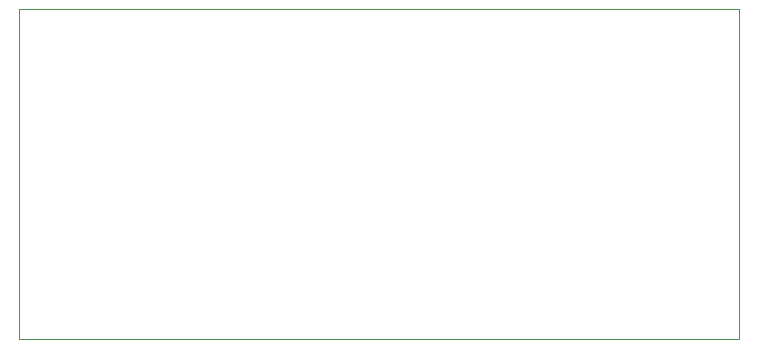
<source format=gm1>
%TF.GenerationSoftware,KiCad,Pcbnew,7.0.11*%
%TF.CreationDate,2024-08-14T14:47:57+09:00*%
%TF.ProjectId,mac_psu_atx_adapter,6d61635f-7073-4755-9f61-74785f616461,rev?*%
%TF.SameCoordinates,Original*%
%TF.FileFunction,Profile,NP*%
%FSLAX46Y46*%
G04 Gerber Fmt 4.6, Leading zero omitted, Abs format (unit mm)*
G04 Created by KiCad (PCBNEW 7.0.11) date 2024-08-14 14:47:57*
%MOMM*%
%LPD*%
G01*
G04 APERTURE LIST*
%TA.AperFunction,Profile*%
%ADD10C,0.100000*%
%TD*%
G04 APERTURE END LIST*
D10*
X111760000Y-83820000D02*
X172720000Y-83820000D01*
X172720000Y-111760000D01*
X111760000Y-111760000D01*
X111760000Y-83820000D01*
M02*

</source>
